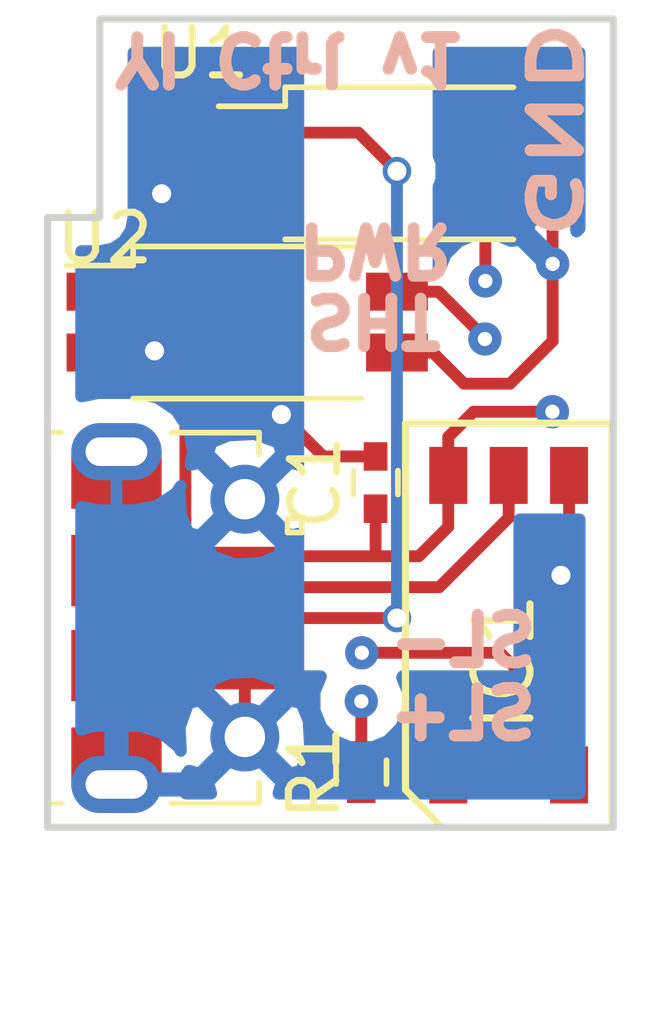
<source format=kicad_pcb>
(kicad_pcb (version 4) (host pcbnew 4.0.6)

  (general
    (links 25)
    (no_connects 0)
    (area 124.159997 96.51 166.560004 119.265)
    (thickness 0.8)
    (drawings 13)
    (tracks 61)
    (zones 0)
    (modules 12)
    (nets 12)
  )

  (page A4)
  (layers
    (0 F.Cu signal)
    (31 B.Cu signal)
    (33 F.Adhes user)
    (35 F.Paste user)
    (36 B.SilkS user)
    (37 F.SilkS user)
    (38 B.Mask user)
    (39 F.Mask user)
    (40 Dwgs.User user)
    (41 Cmts.User user)
    (42 Eco1.User user)
    (43 Eco2.User user)
    (44 Edge.Cuts user)
    (45 Margin user)
    (47 F.CrtYd user)
    (49 F.Fab user)
  )

  (setup
    (last_trace_width 0.25)
    (trace_clearance 0.2)
    (zone_clearance 0.508)
    (zone_45_only yes)
    (trace_min 0.2)
    (segment_width 0.2)
    (edge_width 0.15)
    (via_size 0.6)
    (via_drill 0.4)
    (via_min_size 0.4)
    (via_min_drill 0.3)
    (uvia_size 0.3)
    (uvia_drill 0.1)
    (uvias_allowed no)
    (uvia_min_size 0.2)
    (uvia_min_drill 0.1)
    (pcb_text_width 0.3)
    (pcb_text_size 1.5 1.5)
    (mod_edge_width 0.15)
    (mod_text_size 1 1)
    (mod_text_width 0.15)
    (pad_size 0.7 0.7)
    (pad_drill 0.3)
    (pad_to_mask_clearance 0.2)
    (aux_axis_origin 0 0)
    (grid_origin 150.56 114.71)
    (visible_elements 7FFECB1F)
    (pcbplotparams
      (layerselection 0x010f0_80000001)
      (usegerberextensions true)
      (excludeedgelayer true)
      (linewidth 0.100000)
      (plotframeref false)
      (viasonmask false)
      (mode 1)
      (useauxorigin false)
      (hpglpennumber 1)
      (hpglpenspeed 20)
      (hpglpendiameter 15)
      (hpglpenoverlay 2)
      (psnegative false)
      (psa4output false)
      (plotreference true)
      (plotvalue true)
      (plotinvisibletext false)
      (padsonsilk false)
      (subtractmaskfromsilk false)
      (outputformat 1)
      (mirror false)
      (drillshape 0)
      (scaleselection 1)
      (outputdirectory "export gerber/"))
  )

  (net 0 "")
  (net 1 "Net-(J1-Pad1)")
  (net 2 "Net-(J2-Pad1)")
  (net 3 "Net-(J3-Pad3)")
  (net 4 "Net-(J3-Pad4)")
  (net 5 GND)
  (net 6 GNDA)
  (net 7 "Net-(J4-Pad1)")
  (net 8 "Net-(IC1-Pad3)")
  (net 9 "Net-(C1-Pad1)")
  (net 10 "Net-(IC1-Pad1)")
  (net 11 "Net-(IC1-Pad5)")

  (net_class Default "Ceci est la Netclass par défaut"
    (clearance 0.2)
    (trace_width 0.25)
    (via_dia 0.6)
    (via_drill 0.4)
    (uvia_dia 0.3)
    (uvia_drill 0.1)
    (add_net GND)
    (add_net GNDA)
    (add_net "Net-(C1-Pad1)")
    (add_net "Net-(IC1-Pad1)")
    (add_net "Net-(IC1-Pad3)")
    (add_net "Net-(IC1-Pad5)")
    (add_net "Net-(J1-Pad1)")
    (add_net "Net-(J2-Pad1)")
    (add_net "Net-(J3-Pad3)")
    (add_net "Net-(J3-Pad4)")
    (add_net "Net-(J4-Pad1)")
  )

  (module empreinte:SOP-4_4.4x2.8mm_Pitch1.27mm_3D (layer F.Cu) (tedit 58DFD2F5) (tstamp 58D25A28)
    (at 144.36 99.935)
    (descr "4-Lead Plastic Small Outline http://www.vishay.com/docs/49633/sg2098.pdf")
    (tags "SOP 1.27")
    (path /58D10D05)
    (attr smd)
    (fp_text reference U1 (at -4.17 -2.305) (layer F.SilkS)
      (effects (font (size 1 1) (thickness 0.15)))
    )
    (fp_text value TLP293 (at 0.09 1.91) (layer F.Fab) hide
      (effects (font (size 0.127 0.127) (thickness 0.03175)))
    )
    (fp_text user %R (at -4.17 -2.305) (layer F.Fab)
      (effects (font (size 1 1) (thickness 0.15)))
    )
    (fp_line (start -2.2 -0.79) (end -1.6 -1.39) (layer F.Fab) (width 0.1))
    (fp_line (start -2.4 -1.59) (end -2.4 -1.19) (layer F.SilkS) (width 0.12))
    (fp_line (start -2.4 -1.19) (end -3.8 -1.19) (layer F.SilkS) (width 0.12))
    (fp_line (start -1.6 -1.39) (end 2.2 -1.39) (layer F.Fab) (width 0.1))
    (fp_line (start 2.2 -1.39) (end 2.2 1.41) (layer F.Fab) (width 0.1))
    (fp_line (start 2.2 1.41) (end -2.2 1.41) (layer F.Fab) (width 0.1))
    (fp_line (start -2.2 1.41) (end -2.2 -0.79) (layer F.Fab) (width 0.1))
    (fp_line (start -2.4 -1.59) (end 2.4 -1.59) (layer F.SilkS) (width 0.12))
    (fp_line (start -2.4 1.61) (end 2.4 1.61) (layer F.SilkS) (width 0.12))
    (fp_line (start -4.05 -1.64) (end 4.05 -1.64) (layer F.CrtYd) (width 0.05))
    (fp_line (start -4.05 -1.64) (end -4.05 1.66) (layer F.CrtYd) (width 0.05))
    (fp_line (start 4.05 1.66) (end 4.05 -1.64) (layer F.CrtYd) (width 0.05))
    (fp_line (start 4.05 1.66) (end -4.05 1.66) (layer F.CrtYd) (width 0.05))
    (pad 1 smd rect (at -3.15 -0.64) (size 1.3 0.8) (layers F.Cu F.Paste F.Mask)
      (net 3 "Net-(J3-Pad3)"))
    (pad 2 smd rect (at -3.15 0.64) (size 1.3 0.8) (layers F.Cu F.Paste F.Mask)
      (net 5 GND))
    (pad 3 smd rect (at 3.15 0.64) (size 1.3 0.8) (layers F.Cu F.Paste F.Mask)
      (net 6 GNDA))
    (pad 4 smd rect (at 3.15 -0.64) (size 1.3 0.8) (layers F.Cu F.Paste F.Mask)
      (net 1 "Net-(J1-Pad1)"))
    (model C:/Users/Casawave/AppData/Roaming/kicad/modules/packages3d/uLabs.3dshapes/SSOP-4.wrl
      (at (xyz 0 0 0))
      (scale (xyz 1 1 1))
      (rotate (xyz 0 0 0))
    )
  )

  (module Wire_Pads:SolderWirePad_single_0-8mmDrill (layer F.Cu) (tedit 58F889CE) (tstamp 58D14366)
    (at 146.17 102.42)
    (path /58D14593)
    (fp_text reference J1 (at 0 -2.54) (layer F.SilkS) hide
      (effects (font (size 1 1) (thickness 0.15)))
    )
    (fp_text value "From Power Button (+) 3.3v" (at -0.04 0.72) (layer F.Fab) hide
      (effects (font (size 0.127 0.127) (thickness 0.03175)))
    )
    (pad 1 thru_hole circle (at 0 0) (size 0.7 0.7) (drill 0.3) (layers *.Cu *.Mask)
      (net 1 "Net-(J1-Pad1)"))
  )

  (module Wire_Pads:SolderWirePad_single_0-8mmDrill (layer F.Cu) (tedit 58F889C4) (tstamp 58D1436A)
    (at 146.16 103.64)
    (path /58D145EE)
    (fp_text reference J2 (at 0 -2.54) (layer F.SilkS) hide
      (effects (font (size 1 1) (thickness 0.15)))
    )
    (fp_text value "From Shutter Button (+) 3.3v" (at 0 2.54) (layer B.SilkS) hide
      (effects (font (size 1 1) (thickness 0.15)) (justify mirror))
    )
    (pad 1 thru_hole circle (at 0 0) (size 0.7 0.7) (drill 0.3) (layers *.Cu *.Mask)
      (net 2 "Net-(J2-Pad1)"))
  )

  (module Wire_Pads:SolderWirePad_single_0-8mmDrill (layer F.Cu) (tedit 58F889EF) (tstamp 58D1436E)
    (at 143.56 111.26)
    (path /58D14619)
    (fp_text reference J4 (at 0 -2.54) (layer F.SilkS) hide
      (effects (font (size 1 1) (thickness 0.15)))
    )
    (fp_text value "To Shutter Led + (3.3v)" (at 0 2.54) (layer F.Fab) hide
      (effects (font (size 1 1) (thickness 0.15)))
    )
    (pad 1 thru_hole circle (at 0 0) (size 0.7 0.7) (drill 0.3) (layers *.Cu *.Mask)
      (net 7 "Net-(J4-Pad1)"))
  )

  (module Wire_Pads:SolderWirePad_single_0-8mmDrill (layer F.Cu) (tedit 58F889D4) (tstamp 58D1442B)
    (at 147.585 102.06)
    (path /58D1481C)
    (fp_text reference J5 (at 0 -2.54) (layer F.SilkS) hide
      (effects (font (size 1 1) (thickness 0.15)))
    )
    (fp_text value TEST_1P (at -0.04 0.72) (layer F.Fab) hide
      (effects (font (size 0.127 0.127) (thickness 0.03175)))
    )
    (pad 1 thru_hole circle (at 0 0) (size 0.7 0.7) (drill 0.3) (layers *.Cu *.Mask)
      (net 6 GNDA))
  )

  (module empreinte:USB_Mirco-B_Molex-105017-0001 (layer F.Cu) (tedit 58E128FF) (tstamp 58D19D3E)
    (at 141.11 109.51 270)
    (path /58D10D92)
    (fp_text reference J3 (at 5.6 0.49 270) (layer F.SilkS) hide
      (effects (font (size 1 1) (thickness 0.15)))
    )
    (fp_text value USB (at 0.3 5.8 270) (layer F.Fab)
      (effects (font (size 1 1) (thickness 0.15)))
    )
    (fp_line (start -4.4 4.15) (end 4.4 4.15) (layer F.CrtYd) (width 0.05))
    (fp_line (start 4.4 -1) (end 4.4 4.15) (layer F.CrtYd) (width 0.05))
    (fp_line (start -4.4 -1) (end 4.4 -1) (layer F.CrtYd) (width 0.05))
    (fp_line (start -4.4 4.15) (end -4.4 -1) (layer F.CrtYd) (width 0.05))
    (fp_text user "PCB Edge" (at 6.65 4.5 270) (layer F.Fab)
      (effects (font (size 0.5 0.5) (thickness 0.08)))
    )
    (fp_line (start 3 4.15) (end 4.8 4.5) (layer F.Fab) (width 0.05))
    (fp_line (start -3.9 -0.3) (end -3.45 -0.3) (layer F.SilkS) (width 0.12))
    (fp_line (start -3.9 1.55) (end -3.9 -0.3) (layer F.SilkS) (width 0.12))
    (fp_line (start 3.9 4.1) (end 3.9 3.85) (layer F.SilkS) (width 0.12))
    (fp_line (start 3.75 4.85) (end 3.75 -0.15) (layer F.Fab) (width 0.1))
    (fp_line (start -3 4.151704) (end 3 4.151704) (layer F.Fab) (width 0.08))
    (fp_line (start -3.75 4.851704) (end 3.75 4.851704) (layer F.Fab) (width 0.1))
    (fp_line (start -3.75 -0.15) (end 3.75 -0.15) (layer F.Fab) (width 0.1))
    (fp_line (start -3.75 4.85) (end -3.75 -0.15) (layer F.Fab) (width 0.1))
    (fp_line (start -3.9 4.1) (end -3.9 3.85) (layer F.SilkS) (width 0.12))
    (fp_line (start 3.9 1.55) (end 3.9 -0.3) (layer F.SilkS) (width 0.12))
    (fp_line (start 3.9 -0.3) (end 3.45 -0.3) (layer F.SilkS) (width 0.12))
    (fp_line (start -2.1 -0.9) (end -2.1 -1.2) (layer F.SilkS) (width 0.12))
    (fp_line (start -2.1 -1.2) (end -1.8 -1.2) (layer F.SilkS) (width 0.12))
    (fp_line (start -1.8 -1.2) (end -1.8 -0.9) (layer F.SilkS) (width 0.12))
    (fp_line (start -1.8 -0.9) (end -2.1 -0.9) (layer F.SilkS) (width 0.12))
    (fp_line (start -2 -0.9) (end -2.1 -0.9) (layer F.Fab) (width 0.1))
    (fp_line (start -2.1 -0.9) (end -2.1 -1.2) (layer F.Fab) (width 0.1))
    (fp_line (start -2.1 -1.2) (end -1.8 -1.2) (layer F.Fab) (width 0.1))
    (fp_line (start -1.8 -1.2) (end -1.8 -0.9) (layer F.Fab) (width 0.1))
    (fp_line (start -1.8 -0.9) (end -2 -0.9) (layer F.Fab) (width 0.1))
    (pad 6 smd rect (at 1 2.7 270) (size 1.5 1.9) (layers F.Cu F.Paste F.Mask)
      (net 5 GND))
    (pad 6 thru_hole circle (at -2.5 0 270) (size 1.45 1.45) (drill 0.85) (layers *.Cu *.Mask)
      (net 5 GND))
    (pad 2 smd rect (at -0.65 0 270) (size 0.4 1.35) (layers F.Cu F.Paste F.Mask)
      (net 11 "Net-(IC1-Pad5)"))
    (pad 1 smd rect (at -1.3 0 270) (size 0.4 1.35) (layers F.Cu F.Paste F.Mask)
      (net 9 "Net-(C1-Pad1)"))
    (pad 5 smd rect (at 1.3 0 270) (size 0.4 1.35) (layers F.Cu F.Paste F.Mask)
      (net 5 GND))
    (pad 4 smd rect (at 0.65 0 270) (size 0.4 1.35) (layers F.Cu F.Paste F.Mask)
      (net 4 "Net-(J3-Pad4)"))
    (pad 3 smd rect (at 0 0 270) (size 0.4 1.35) (layers F.Cu F.Paste F.Mask)
      (net 3 "Net-(J3-Pad3)"))
    (pad 6 thru_hole circle (at 2.5 0 270) (size 1.45 1.45) (drill 0.85) (layers *.Cu *.Mask)
      (net 5 GND))
    (pad 6 smd rect (at -1 2.7 270) (size 1.5 1.9) (layers F.Cu F.Paste F.Mask)
      (net 5 GND))
    (pad 6 thru_hole oval (at -3.5 2.7 90) (size 1.2 1.9) (drill oval 0.6 1.3) (layers *.Cu *.Mask)
      (net 5 GND) (zone_connect 0))
    (pad 6 thru_hole oval (at 3.5 2.7 270) (size 1.2 1.9) (drill oval 0.6 1.3) (layers *.Cu *.Mask)
      (net 5 GND))
    (pad 6 smd rect (at 2.9 2.7 270) (size 1.2 1.9) (layers F.Cu F.Mask)
      (net 5 GND))
    (pad 6 smd rect (at -2.9 2.7 270) (size 1.2 1.9) (layers F.Cu F.Mask)
      (net 5 GND))
    (model C:/Users/Casawave/AppData/Roaming/kicad/modules/packages3d/uLabs.3dshapes/Molex_Micro_USB_105017-0001.wrl
      (at (xyz 0 0 -0.03))
      (scale (xyz 1 1 1))
      (rotate (xyz 0 0 0))
    )
  )

  (module empreinte:SOP-4_4.4x2.8mm_Pitch1.27mm_3D (layer F.Cu) (tedit 58E13EDA) (tstamp 58D25A3D)
    (at 141.16 103.285)
    (descr "4-Lead Plastic Small Outline http://www.vishay.com/docs/49633/sg2098.pdf")
    (tags "SOP 1.27")
    (path /58D10D3C)
    (attr smd)
    (fp_text reference U2 (at -3.01 -1.955) (layer F.SilkS) hide
      (effects (font (size 1 1) (thickness 0.15)))
    )
    (fp_text value TLP293 (at -8.11 -0.215) (layer F.Fab)
      (effects (font (size 1 1) (thickness 0.15)))
    )
    (fp_text user %R (at -3 -1.765) (layer F.SilkS)
      (effects (font (size 1 1) (thickness 0.15)))
    )
    (fp_line (start -2.2 -0.79) (end -1.6 -1.39) (layer F.Fab) (width 0.1))
    (fp_line (start -2.4 -1.59) (end -2.4 -1.19) (layer F.SilkS) (width 0.12))
    (fp_line (start -2.4 -1.19) (end -3.8 -1.19) (layer F.SilkS) (width 0.12))
    (fp_line (start -1.6 -1.39) (end 2.2 -1.39) (layer F.Fab) (width 0.1))
    (fp_line (start 2.2 -1.39) (end 2.2 1.41) (layer F.Fab) (width 0.1))
    (fp_line (start 2.2 1.41) (end -2.2 1.41) (layer F.Fab) (width 0.1))
    (fp_line (start -2.2 1.41) (end -2.2 -0.79) (layer F.Fab) (width 0.1))
    (fp_line (start -2.4 -1.59) (end 2.4 -1.59) (layer F.SilkS) (width 0.12))
    (fp_line (start -2.4 1.61) (end 2.4 1.61) (layer F.SilkS) (width 0.12))
    (fp_line (start -4.05 -1.64) (end 4.05 -1.64) (layer F.CrtYd) (width 0.05))
    (fp_line (start -4.05 -1.64) (end -4.05 1.66) (layer F.CrtYd) (width 0.05))
    (fp_line (start 4.05 1.66) (end 4.05 -1.64) (layer F.CrtYd) (width 0.05))
    (fp_line (start 4.05 1.66) (end -4.05 1.66) (layer F.CrtYd) (width 0.05))
    (pad 1 smd rect (at -3.15 -0.64) (size 1.3 0.8) (layers F.Cu F.Paste F.Mask)
      (net 4 "Net-(J3-Pad4)"))
    (pad 2 smd rect (at -3.15 0.64) (size 1.3 0.8) (layers F.Cu F.Paste F.Mask)
      (net 5 GND))
    (pad 3 smd rect (at 3.15 0.64) (size 1.3 0.8) (layers F.Cu F.Paste F.Mask)
      (net 6 GNDA))
    (pad 4 smd rect (at 3.15 -0.64) (size 1.3 0.8) (layers F.Cu F.Paste F.Mask)
      (net 2 "Net-(J2-Pad1)"))
    (model C:/Users/Casawave/AppData/Roaming/kicad/modules/packages3d/uLabs.3dshapes/SSOP-4.wrl
      (at (xyz 0 0 0))
      (scale (xyz 1 1 1))
      (rotate (xyz 0 0 0))
    )
  )

  (module Wire_Pads:SolderWirePad_single_0-8mmDrill (layer F.Cu) (tedit 58F889E7) (tstamp 58D2BB21)
    (at 143.57 110.24)
    (path /58D2BA8D)
    (fp_text reference J6 (at -0.79 5.05) (layer F.SilkS) hide
      (effects (font (size 1 1) (thickness 0.15)))
    )
    (fp_text value "To Shutter Led - (tension en créneau de 1.8 ou 2.2v)" (at 1.79 7.95) (layer F.Fab)
      (effects (font (size 1 1) (thickness 0.15)))
    )
    (pad 1 thru_hole circle (at 0 0) (size 0.7 0.7) (drill 0.3) (layers *.Cu *.Mask)
      (net 8 "Net-(IC1-Pad3)"))
  )

  (module Resistors_SMD:R_0402 (layer F.Cu) (tedit 58E13EC7) (tstamp 58D2D552)
    (at 143.56 112.75 90)
    (descr "Resistor SMD 0402, reflow soldering, Vishay (see dcrcw.pdf)")
    (tags "resistor 0402")
    (path /58D2BC8F)
    (attr smd)
    (fp_text reference R1 (at -0.57 -0.95 90) (layer F.SilkS) hide
      (effects (font (size 1 1) (thickness 0.15)))
    )
    (fp_text value 820 (at 0 1.45 90) (layer F.Fab)
      (effects (font (size 1 1) (thickness 0.15)))
    )
    (fp_text user %R (at -0.01 -0.99 90) (layer F.SilkS)
      (effects (font (size 1 1) (thickness 0.15)))
    )
    (fp_line (start -0.5 0.25) (end -0.5 -0.25) (layer F.Fab) (width 0.1))
    (fp_line (start 0.5 0.25) (end -0.5 0.25) (layer F.Fab) (width 0.1))
    (fp_line (start 0.5 -0.25) (end 0.5 0.25) (layer F.Fab) (width 0.1))
    (fp_line (start -0.5 -0.25) (end 0.5 -0.25) (layer F.Fab) (width 0.1))
    (fp_line (start 0.25 -0.53) (end -0.25 -0.53) (layer F.SilkS) (width 0.12))
    (fp_line (start -0.25 0.53) (end 0.25 0.53) (layer F.SilkS) (width 0.12))
    (fp_line (start -0.8 -0.45) (end 0.8 -0.45) (layer F.CrtYd) (width 0.05))
    (fp_line (start -0.8 -0.45) (end -0.8 0.45) (layer F.CrtYd) (width 0.05))
    (fp_line (start 0.8 0.45) (end 0.8 -0.45) (layer F.CrtYd) (width 0.05))
    (fp_line (start 0.8 0.45) (end -0.8 0.45) (layer F.CrtYd) (width 0.05))
    (pad 1 smd rect (at -0.45 0 90) (size 0.4 0.6) (layers F.Cu F.Paste F.Mask)
      (net 10 "Net-(IC1-Pad1)"))
    (pad 2 smd rect (at 0.45 0 90) (size 0.4 0.6) (layers F.Cu F.Paste F.Mask)
      (net 7 "Net-(J4-Pad1)"))
    (model Resistors_SMD.3dshapes/R_0402.wrl
      (at (xyz 0 0 0))
      (scale (xyz 1 1 1))
      (rotate (xyz 0 0 0))
    )
  )

  (module Capacitors_SMD:C_0402 (layer F.Cu) (tedit 58E13ED1) (tstamp 58DA8604)
    (at 143.86 106.66 90)
    (descr "Capacitor SMD 0402, reflow soldering, AVX (see smccp.pdf)")
    (tags "capacitor 0402")
    (path /58DA8466)
    (attr smd)
    (fp_text reference C1 (at 0 -1.27 90) (layer F.SilkS)
      (effects (font (size 1 1) (thickness 0.15)))
    )
    (fp_text value "0.1 µF" (at 0 1.27 90) (layer F.Fab)
      (effects (font (size 1 1) (thickness 0.15)))
    )
    (fp_text user %R (at 0 -1.27 90) (layer F.SilkS)
      (effects (font (size 1 1) (thickness 0.15)))
    )
    (fp_line (start -0.5 0.25) (end -0.5 -0.25) (layer F.Fab) (width 0.1))
    (fp_line (start 0.5 0.25) (end -0.5 0.25) (layer F.Fab) (width 0.1))
    (fp_line (start 0.5 -0.25) (end 0.5 0.25) (layer F.Fab) (width 0.1))
    (fp_line (start -0.5 -0.25) (end 0.5 -0.25) (layer F.Fab) (width 0.1))
    (fp_line (start 0.25 -0.47) (end -0.25 -0.47) (layer F.SilkS) (width 0.12))
    (fp_line (start -0.25 0.47) (end 0.25 0.47) (layer F.SilkS) (width 0.12))
    (fp_line (start -1 -0.4) (end 1 -0.4) (layer F.CrtYd) (width 0.05))
    (fp_line (start -1 -0.4) (end -1 0.4) (layer F.CrtYd) (width 0.05))
    (fp_line (start 1 0.4) (end 1 -0.4) (layer F.CrtYd) (width 0.05))
    (fp_line (start 1 0.4) (end -1 0.4) (layer F.CrtYd) (width 0.05))
    (pad 1 smd rect (at -0.55 0 90) (size 0.6 0.5) (layers F.Cu F.Paste F.Mask)
      (net 9 "Net-(C1-Pad1)"))
    (pad 2 smd rect (at 0.55 0 90) (size 0.6 0.5) (layers F.Cu F.Paste F.Mask)
      (net 5 GND))
    (model Capacitors_SMD.3dshapes/C_0402.wrl
      (at (xyz 0 0 0))
      (scale (xyz 1 1 1))
      (rotate (xyz 0 0 0))
    )
  )

  (module empreinte:SO-6_5_pins (layer F.Cu) (tedit 58F0ECF4) (tstamp 58DA8612)
    (at 146.66 109.66)
    (path /58DA8AE3)
    (fp_text reference IC1 (at -0.1 0.78 90) (layer F.SilkS)
      (effects (font (size 1.2 1.2) (thickness 0.15)))
    )
    (fp_text value Optocoupler_SchmittTrigger_TLP2310 (at 11.34 0.31) (layer F.Fab)
      (effects (font (size 0.6 0.6) (thickness 0.15)))
    )
    (fp_line (start -2.17 3.46) (end -1.4 4.25) (layer F.SilkS) (width 0.15))
    (fp_line (start -2.17 -4.25) (end -2.17 3.46) (layer F.SilkS) (width 0.15))
    (fp_line (start -1.4 4.25) (end 2.17 4.25) (layer F.SilkS) (width 0.15))
    (fp_line (start 2.17 4.25) (end 2.17 -4.25) (layer F.SilkS) (width 0.15))
    (fp_line (start -2.17 -4.25) (end 2.17 -4.25) (layer F.SilkS) (width 0.15))
    (pad 6 smd rect (at -1.27 -3.15) (size 0.8 1.2) (layers F.Cu F.Paste F.Mask)
      (net 9 "Net-(C1-Pad1)"))
    (pad 1 smd rect (at -1.27 3.15) (size 0.8 1.2) (layers F.Cu F.Paste F.Mask)
      (net 10 "Net-(IC1-Pad1)"))
    (pad 5 smd rect (at 0 -3.15) (size 0.8 1.2) (layers F.Cu F.Paste F.Mask)
      (net 11 "Net-(IC1-Pad5)"))
    (pad 4 smd rect (at 1.27 -3.15) (size 0.8 1.2) (layers F.Cu F.Paste F.Mask)
      (net 5 GND))
    (pad 3 smd rect (at 1.27 3.15) (size 0.8 1.2) (layers F.Cu F.Paste F.Mask)
      (net 8 "Net-(IC1-Pad3)"))
  )

  (module Wire_Pads:SolderWirePad_single_0-8mmDrill (layer F.Cu) (tedit 58F889DA) (tstamp 58F7BFC5)
    (at 147.58 105.17)
    (path /58F7C1F8)
    (fp_text reference J7 (at 0 -2.54) (layer F.SilkS) hide
      (effects (font (size 1 1) (thickness 0.15)))
    )
    (fp_text value 5v (at 0 2.54) (layer F.Fab)
      (effects (font (size 1 1) (thickness 0.15)))
    )
    (pad 1 thru_hole circle (at 0 0) (size 0.7 0.7) (drill 0.3) (layers *.Cu *.Mask)
      (net 9 "Net-(C1-Pad1)"))
  )

  (gr_text "YI Ctrl v1" (at 142.06 97.74 180) (layer B.SilkS)
    (effects (font (size 1 1) (thickness 0.25)) (justify mirror))
  )
  (gr_text SHT (at 143.81 103.24 180) (layer B.SilkS)
    (effects (font (size 1 1) (thickness 0.25)) (justify mirror))
  )
  (gr_text PWR (at 143.85 101.76 180) (layer B.SilkS)
    (effects (font (size 1 1) (thickness 0.25)) (justify mirror))
  )
  (gr_text SL- (at 145.7 109.99) (layer B.SilkS)
    (effects (font (size 1 1) (thickness 0.25)) (justify mirror))
  )
  (gr_text SL+ (at 145.69 111.53) (layer B.SilkS)
    (effects (font (size 1 1) (thickness 0.25)) (justify mirror))
  )
  (gr_text GND (at 147.57 99.24 270) (layer B.SilkS)
    (effects (font (size 1 1.5) (thickness 0.25)) (justify mirror))
  )
  (gr_line (start 136.96 101.085) (end 138.06 101.085) (layer Edge.Cuts) (width 0.15))
  (gr_line (start 138.06 101.085) (end 138.06 96.91) (angle 90) (layer Edge.Cuts) (width 0.15) (tstamp 58D7B322))
  (gr_line (start 136.96 113.91) (end 136.96 105.41) (angle 90) (layer Edge.Cuts) (width 0.15))
  (gr_line (start 148.86 113.91) (end 136.96 113.91) (angle 90) (layer Edge.Cuts) (width 0.15))
  (gr_line (start 148.86 96.91) (end 148.86 113.91) (angle 90) (layer Edge.Cuts) (width 0.15))
  (gr_line (start 138.06 96.91) (end 148.86 96.91) (angle 90) (layer Edge.Cuts) (width 0.15))
  (gr_line (start 136.96 105.41) (end 136.96 101.085) (angle 90) (layer Edge.Cuts) (width 0.15))

  (segment (start 147.51 99.295) (end 146.655 99.295) (width 0.25) (layer F.Cu) (net 1))
  (segment (start 146.17 99.78) (end 146.17 102.42) (width 0.25) (layer F.Cu) (net 1) (tstamp 58F88B23))
  (segment (start 146.655 99.295) (end 146.17 99.78) (width 0.25) (layer F.Cu) (net 1) (tstamp 58F88B19))
  (segment (start 144.31 102.645) (end 145.185 102.645) (width 0.25) (layer F.Cu) (net 2))
  (segment (start 145.185 102.645) (end 146.16 103.62) (width 0.25) (layer F.Cu) (net 2) (tstamp 58F88799))
  (segment (start 146.16 103.62) (end 146.16 103.64) (width 0.25) (layer F.Cu) (net 2) (tstamp 58F8879A))
  (segment (start 144.31 100.11) (end 143.5 99.3) (width 0.25) (layer F.Cu) (net 3))
  (segment (start 143.5 99.3) (end 141.215 99.3) (width 0.25) (layer F.Cu) (net 3) (tstamp 58DA96BA))
  (segment (start 141.215 99.3) (end 141.21 99.295) (width 0.25) (layer F.Cu) (net 3) (tstamp 58DA96C8))
  (via (at 144.31 100.11) (size 0.6) (drill 0.4) (layers F.Cu B.Cu) (net 3))
  (segment (start 144.31 100.11) (end 144.31 109.51) (width 0.25) (layer B.Cu) (net 3) (tstamp 58DA917A))
  (via (at 144.31 109.51) (size 0.6) (drill 0.4) (layers F.Cu B.Cu) (net 3))
  (segment (start 144.31 109.51) (end 141.11 109.51) (width 0.25) (layer F.Cu) (net 3) (tstamp 58DA9185) (status 20))
  (segment (start 138.01 102.645) (end 139.425 102.645) (width 0.25) (layer F.Cu) (net 4))
  (segment (start 139.425 102.645) (end 139.86 103.08) (width 0.25) (layer F.Cu) (net 4) (tstamp 58DA8E5C))
  (segment (start 139.86 103.08) (end 139.86 109.92) (width 0.25) (layer F.Cu) (net 4) (tstamp 58DA8E61))
  (segment (start 139.86 109.92) (end 140.1 110.16) (width 0.25) (layer F.Cu) (net 4) (tstamp 58DA8E6A))
  (segment (start 140.1 110.16) (end 141.11 110.16) (width 0.25) (layer F.Cu) (net 4) (tstamp 58DA8E75) (status 20))
  (via (at 139.36 100.585) (size 0.6) (drill 0.4) (layers F.Cu B.Cu) (net 5))
  (segment (start 141.21 100.575) (end 139.37 100.575) (width 0.25) (layer F.Cu) (net 5) (status 10))
  (segment (start 139.37 100.575) (end 139.36 100.585) (width 0.25) (layer F.Cu) (net 5) (tstamp 58D29179))
  (segment (start 138.41 113.01) (end 138.41 112.41) (width 0.25) (layer F.Cu) (net 5))
  (segment (start 138.41 112.41) (end 138.41 110.51) (width 0.25) (layer F.Cu) (net 5) (tstamp 58F6757D))
  (segment (start 138.41 110.51) (end 138.41 108.51) (width 0.25) (layer F.Cu) (net 5) (tstamp 58F6757F))
  (segment (start 138.41 108.51) (end 138.41 106.61) (width 0.25) (layer F.Cu) (net 5) (tstamp 58F67580))
  (segment (start 138.41 106.61) (end 138.41 106.01) (width 0.25) (layer F.Cu) (net 5) (tstamp 58F67581))
  (segment (start 138.41 106.01) (end 138.41 107.46) (width 0.25) (layer B.Cu) (net 5))
  (segment (start 141.11 112.01) (end 141.11 110.81) (width 0.25) (layer F.Cu) (net 5) (tstamp 58DA9372) (status 30))
  (segment (start 143.86 106.11) (end 142.76 106.11) (width 0.25) (layer F.Cu) (net 5) (status 10))
  (via (at 141.88 105.23) (size 0.6) (drill 0.4) (layers F.Cu B.Cu) (net 5))
  (segment (start 142.76 106.11) (end 141.88 105.23) (width 0.25) (layer F.Cu) (net 5) (tstamp 58DA901B))
  (segment (start 147.93 106.51) (end 147.93 107.69) (width 0.25) (layer F.Cu) (net 5))
  (via (at 147.76 108.61) (size 0.6) (drill 0.4) (layers F.Cu B.Cu) (net 5))
  (segment (start 147.93 107.69) (end 147.76 108.61) (width 0.25) (layer F.Cu) (net 5) (tstamp 58DA8DCF))
  (segment (start 138.01 103.925) (end 139.17 103.93) (width 0.25) (layer F.Cu) (net 5) (status 10))
  (via (at 139.21 103.89) (size 0.6) (drill 0.4) (layers F.Cu B.Cu) (net 5))
  (segment (start 144.31 103.925) (end 145.065 103.925) (width 0.25) (layer F.Cu) (net 6))
  (segment (start 147.585 103.685) (end 147.585 102.06) (width 0.25) (layer F.Cu) (net 6) (tstamp 58F889A2))
  (segment (start 146.69 104.58) (end 147.585 103.685) (width 0.25) (layer F.Cu) (net 6) (tstamp 58F8898E))
  (segment (start 145.72 104.58) (end 146.69 104.58) (width 0.25) (layer F.Cu) (net 6) (tstamp 58F88987))
  (segment (start 145.065 103.925) (end 145.72 104.58) (width 0.25) (layer F.Cu) (net 6) (tstamp 58F88986))
  (segment (start 147.585 102.06) (end 147.58 100.645) (width 0.25) (layer F.Cu) (net 6) (status 10))
  (segment (start 143.56 111.26) (end 143.56 112.3) (width 0.25) (layer F.Cu) (net 7) (status 10))
  (segment (start 147.93 112.81) (end 147.93 111.69) (width 0.25) (layer F.Cu) (net 8))
  (segment (start 146.48 110.24) (end 143.57 110.24) (width 0.25) (layer F.Cu) (net 8) (tstamp 58F88A9A))
  (segment (start 147.93 111.69) (end 146.48 110.24) (width 0.25) (layer F.Cu) (net 8) (tstamp 58F88A91))
  (segment (start 145.39 106.51) (end 145.39 105.7) (width 0.25) (layer F.Cu) (net 9))
  (segment (start 145.92 105.17) (end 147.58 105.17) (width 0.25) (layer F.Cu) (net 9) (tstamp 58F88877))
  (segment (start 145.39 105.7) (end 145.92 105.17) (width 0.25) (layer F.Cu) (net 9) (tstamp 58F8886B))
  (segment (start 143.86 107.21) (end 143.86 108.21) (width 0.25) (layer F.Cu) (net 9))
  (segment (start 143.86 108.21) (end 143.88 108.21) (width 0.25) (layer F.Cu) (net 9) (tstamp 58F87E85))
  (segment (start 145.39 106.51) (end 145.39 107.59) (width 0.25) (layer F.Cu) (net 9))
  (segment (start 144.77 108.21) (end 143.88 108.21) (width 0.25) (layer F.Cu) (net 9) (tstamp 58F87E74))
  (segment (start 143.88 108.21) (end 141.11 108.21) (width 0.25) (layer F.Cu) (net 9) (tstamp 58F87E8E))
  (segment (start 145.39 107.59) (end 144.77 108.21) (width 0.25) (layer F.Cu) (net 9) (tstamp 58F87E69))
  (segment (start 143.56 113.2) (end 144.19 113.2) (width 0.25) (layer F.Cu) (net 10))
  (segment (start 144.58 112.81) (end 145.39 112.81) (width 0.25) (layer F.Cu) (net 10) (tstamp 58F88A51))
  (segment (start 144.19 113.2) (end 144.58 112.81) (width 0.25) (layer F.Cu) (net 10) (tstamp 58F88A4A))
  (segment (start 146.66 106.51) (end 146.66 107.4) (width 0.25) (layer F.Cu) (net 11))
  (segment (start 145.2 108.86) (end 141.11 108.86) (width 0.25) (layer F.Cu) (net 11) (tstamp 58DA8AE9) (status 20))
  (segment (start 146.66 107.4) (end 145.2 108.86) (width 0.25) (layer F.Cu) (net 11) (tstamp 58DA8AE2))

  (zone (net 5) (net_name GND) (layer B.Cu) (tstamp 58DA90B4) (hatch edge 0.508)
    (connect_pads (clearance 0.508))
    (min_thickness 0.254)
    (fill yes (arc_segments 16) (thermal_gap 0.508) (thermal_bridge_width 0.508))
    (polygon
      (pts
        (xy 136.69 96.66) (xy 142.36 96.66) (xy 142.36 110.61) (xy 146.76 110.61) (xy 146.76 107.31)
        (xy 149.56 107.31) (xy 149.56 114.51) (xy 135.96 114.51) (xy 135.96 96.71)
      )
    )
    (filled_polygon
      (pts
        (xy 142.233 106.282397) (xy 142.063398 106.236207) (xy 141.289605 107.01) (xy 142.063398 107.783793) (xy 142.233 107.737603)
        (xy 142.233 110.61) (xy 142.243006 110.65941) (xy 142.271447 110.701035) (xy 142.313841 110.728315) (xy 142.36 110.737)
        (xy 142.709585 110.737) (xy 142.710105 110.738258) (xy 142.575172 111.063212) (xy 142.57483 111.455069) (xy 142.724471 111.817229)
        (xy 143.001314 112.094555) (xy 143.363212 112.244828) (xy 143.755069 112.24517) (xy 144.117229 112.095529) (xy 144.394555 111.818686)
        (xy 144.544828 111.456788) (xy 144.54517 111.064931) (xy 144.419895 110.761742) (xy 144.430169 110.737) (xy 146.76 110.737)
        (xy 146.80941 110.726994) (xy 146.851035 110.698553) (xy 146.878315 110.656159) (xy 146.887 110.61) (xy 146.887 107.437)
        (xy 148.15 107.437) (xy 148.15 113.2) (xy 141.819355 113.2) (xy 141.883793 112.963398) (xy 141.11 112.189605)
        (xy 140.336207 112.963398) (xy 140.400645 113.2) (xy 139.869957 113.2) (xy 139.828731 113.137) (xy 138.537 113.137)
        (xy 138.537 113.157) (xy 138.283 113.157) (xy 138.283 113.137) (xy 138.263 113.137) (xy 138.263 112.883)
        (xy 138.283 112.883) (xy 138.283 111.775) (xy 138.537 111.775) (xy 138.537 112.883) (xy 139.828731 112.883)
        (xy 139.933424 112.723012) (xy 140.156602 112.783793) (xy 140.930395 112.01) (xy 141.289605 112.01) (xy 142.063398 112.783793)
        (xy 142.301753 112.718878) (xy 142.482312 112.208854) (xy 142.453949 111.668556) (xy 142.301753 111.301122) (xy 142.063398 111.236207)
        (xy 141.289605 112.01) (xy 140.930395 112.01) (xy 140.156602 111.236207) (xy 139.918247 111.301122) (xy 139.737688 111.811146)
        (xy 139.763505 112.302945) (xy 139.72308 112.226526) (xy 139.349947 111.91761) (xy 138.887 111.775) (xy 138.537 111.775)
        (xy 138.283 111.775) (xy 137.933 111.775) (xy 137.67 111.856017) (xy 137.67 111.056602) (xy 140.336207 111.056602)
        (xy 141.11 111.830395) (xy 141.883793 111.056602) (xy 141.818878 110.818247) (xy 141.308854 110.637688) (xy 140.768556 110.666051)
        (xy 140.401122 110.818247) (xy 140.336207 111.056602) (xy 137.67 111.056602) (xy 137.67 107.963398) (xy 140.336207 107.963398)
        (xy 140.401122 108.201753) (xy 140.911146 108.382312) (xy 141.451444 108.353949) (xy 141.818878 108.201753) (xy 141.883793 107.963398)
        (xy 141.11 107.189605) (xy 140.336207 107.963398) (xy 137.67 107.963398) (xy 137.67 107.173601) (xy 138.028948 107.245)
        (xy 138.791052 107.245) (xy 139.263666 107.150991) (xy 139.664329 106.883277) (xy 139.766044 106.73105) (xy 139.737688 106.811146)
        (xy 139.766051 107.351444) (xy 139.918247 107.718878) (xy 140.156602 107.783793) (xy 140.930395 107.01) (xy 140.156602 106.236207)
        (xy 139.971002 106.286754) (xy 140.016782 106.056602) (xy 140.336207 106.056602) (xy 141.11 106.830395) (xy 141.883793 106.056602)
        (xy 141.818878 105.818247) (xy 141.308854 105.637688) (xy 140.768556 105.666051) (xy 140.401122 105.818247) (xy 140.336207 106.056602)
        (xy 140.016782 106.056602) (xy 140.026052 106.01) (xy 139.932043 105.537386) (xy 139.664329 105.136723) (xy 139.263666 104.869009)
        (xy 138.791052 104.775) (xy 138.028948 104.775) (xy 137.67 104.846399) (xy 137.67 101.795) (xy 138.06 101.795)
        (xy 138.331705 101.740954) (xy 138.562046 101.587046) (xy 138.715954 101.356705) (xy 138.77 101.085) (xy 138.77 97.62)
        (xy 142.233 97.62)
      )
    )
  )
  (zone (net 6) (net_name GNDA) (layer B.Cu) (tstamp 58DA91E7) (hatch edge 0.508)
    (connect_pads (clearance 0.508))
    (min_thickness 0.254)
    (fill yes (arc_segments 16) (thermal_gap 0.508) (thermal_bridge_width 0.508))
    (polygon
      (pts
        (xy 149.56 104.91) (xy 145.06 104.91) (xy 145.06 96.51) (xy 149.56 96.51)
      )
    )
    (filled_polygon
      (pts
        (xy 148.15 101.315392) (xy 148.086307 101.379085) (xy 148.067827 101.17938) (xy 147.694075 101.061643) (xy 147.303718 101.095897)
        (xy 147.102173 101.17938) (xy 147.083693 101.379088) (xy 147.585 101.880395) (xy 147.599143 101.866253) (xy 147.778748 102.045858)
        (xy 147.764605 102.06) (xy 147.778748 102.074143) (xy 147.599143 102.253748) (xy 147.585 102.239605) (xy 147.570858 102.253748)
        (xy 147.391253 102.074143) (xy 147.405395 102.06) (xy 146.904088 101.558693) (xy 146.707966 101.576841) (xy 146.366788 101.435172)
        (xy 145.974931 101.43483) (xy 145.612771 101.584471) (xy 145.335445 101.861314) (xy 145.187 102.21881) (xy 145.187 100.436088)
        (xy 145.244838 100.296799) (xy 145.245162 99.924833) (xy 145.187 99.78407) (xy 145.187 97.62) (xy 148.15 97.62)
      )
    )
  )
)

</source>
